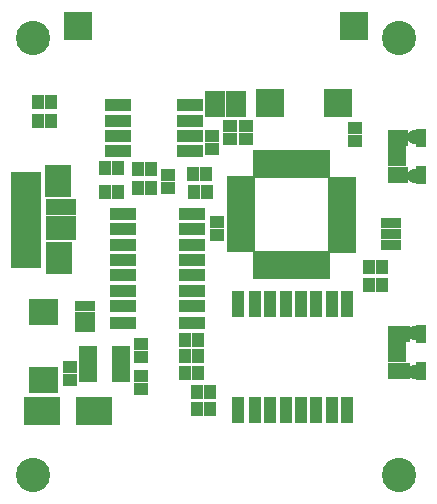
<source format=gbr>
%FSLAX34Y34*%
%MOMM*%
%LNSOLDERMASK_TOP*%
G71*
G01*
%ADD10R, 2.500X0.800*%
%ADD11R, 2.300X2.700*%
%ADD12R, 2.600X8.200*%
%ADD13R, 0.900X2.400*%
%ADD14R, 2.400X0.900*%
%ADD15R, 1.800X0.900*%
%ADD16R, 3.100X2.400*%
%ADD17R, 0.800X2.200*%
%ADD18R, 1.600X1.100*%
%ADD19R, 1.200X1.100*%
%ADD20R, 2.200X1.100*%
%ADD21R, 1.100X1.200*%
%ADD22R, 1.700X2.200*%
%ADD23R, 2.400X2.400*%
%ADD24R, 1.100X2.200*%
%ADD25R, 1.500X1.800*%
%ADD26R, 1.700X1.400*%
%ADD27C, 1.200*%
%ADD28R, 0.900X1.600*%
%ADD29R, 1.900X1.400*%
%ADD30C, 2.900*%
%LPD*%
X54000Y830000D02*
G54D10*
D03*
X54000Y823000D02*
G54D10*
D03*
X54000Y816000D02*
G54D10*
D03*
X54000Y802000D02*
G54D10*
D03*
X54000Y809000D02*
G54D10*
D03*
X51000Y849000D02*
G54D11*
D03*
X52000Y784000D02*
G54D11*
D03*
X24000Y816000D02*
G54D12*
D03*
X221000Y863000D02*
G54D13*
D03*
X229000Y863000D02*
G54D13*
D03*
X237000Y863000D02*
G54D13*
D03*
X245000Y863000D02*
G54D13*
D03*
X253000Y863000D02*
G54D13*
D03*
X261000Y863000D02*
G54D13*
D03*
X269000Y863000D02*
G54D13*
D03*
X277000Y863000D02*
G54D13*
D03*
X221000Y778000D02*
G54D13*
D03*
X229000Y778000D02*
G54D13*
D03*
X237000Y778000D02*
G54D13*
D03*
X245000Y778000D02*
G54D13*
D03*
X253000Y778000D02*
G54D13*
D03*
X261000Y778000D02*
G54D13*
D03*
X269000Y778000D02*
G54D13*
D03*
X277000Y778000D02*
G54D13*
D03*
X292000Y848000D02*
G54D14*
D03*
X292000Y840000D02*
G54D14*
D03*
X292000Y832000D02*
G54D14*
D03*
X292000Y824000D02*
G54D14*
D03*
X292000Y816000D02*
G54D14*
D03*
X292000Y808000D02*
G54D14*
D03*
X292000Y800000D02*
G54D14*
D03*
X292000Y792000D02*
G54D14*
D03*
X206000Y849000D02*
G54D14*
D03*
X206000Y841000D02*
G54D14*
D03*
X206000Y833000D02*
G54D14*
D03*
X206000Y825000D02*
G54D14*
D03*
X206000Y817000D02*
G54D14*
D03*
X206000Y809000D02*
G54D14*
D03*
X206000Y801000D02*
G54D14*
D03*
X206000Y793000D02*
G54D14*
D03*
X333000Y813000D02*
G54D15*
D03*
X333000Y804000D02*
G54D15*
D03*
X333000Y795000D02*
G54D15*
D03*
X38000Y654000D02*
G54D16*
D03*
X82000Y654000D02*
G54D16*
D03*
X48000Y738000D02*
G54D17*
D03*
X42000Y738000D02*
G54D17*
D03*
X36000Y738000D02*
G54D17*
D03*
X30000Y738000D02*
G54D17*
D03*
X48000Y680000D02*
G54D17*
D03*
X42000Y680000D02*
G54D17*
D03*
X36000Y680000D02*
G54D17*
D03*
X30000Y680000D02*
G54D17*
D03*
X77000Y704000D02*
G54D18*
D03*
X77000Y694000D02*
G54D18*
D03*
X77000Y684000D02*
G54D18*
D03*
X105000Y704000D02*
G54D18*
D03*
X105000Y694000D02*
G54D18*
D03*
X105000Y684000D02*
G54D18*
D03*
X61500Y691500D02*
G54D19*
D03*
X61500Y680500D02*
G54D19*
D03*
X121500Y699500D02*
G54D19*
D03*
X121500Y710500D02*
G54D19*
D03*
X106000Y821000D02*
G54D20*
D03*
X106000Y808000D02*
G54D20*
D03*
X106000Y795000D02*
G54D20*
D03*
X106000Y782000D02*
G54D20*
D03*
X106000Y769000D02*
G54D20*
D03*
X106000Y756000D02*
G54D20*
D03*
X106000Y743000D02*
G54D20*
D03*
X106000Y729000D02*
G54D20*
D03*
X165000Y821000D02*
G54D20*
D03*
X165000Y808000D02*
G54D20*
D03*
X165000Y795000D02*
G54D20*
D03*
X165000Y782000D02*
G54D20*
D03*
X165000Y769000D02*
G54D20*
D03*
X165000Y756000D02*
G54D20*
D03*
X165000Y743000D02*
G54D20*
D03*
X165000Y729000D02*
G54D20*
D03*
X74000Y743000D02*
G54D15*
D03*
X74000Y734000D02*
G54D15*
D03*
X74000Y725000D02*
G54D15*
D03*
X170096Y714500D02*
G54D21*
D03*
X159096Y714500D02*
G54D21*
D03*
X181500Y875900D02*
G54D19*
D03*
X181500Y886900D02*
G54D19*
D03*
X102000Y913000D02*
G54D20*
D03*
X102000Y900000D02*
G54D20*
D03*
X102000Y887000D02*
G54D20*
D03*
X102000Y874000D02*
G54D20*
D03*
X163000Y913000D02*
G54D20*
D03*
X163000Y900000D02*
G54D20*
D03*
X163000Y887000D02*
G54D20*
D03*
X163000Y874000D02*
G54D20*
D03*
X184000Y914000D02*
G54D22*
D03*
X202000Y914000D02*
G54D22*
D03*
X45000Y916000D02*
G54D21*
D03*
X34000Y916000D02*
G54D21*
D03*
X45000Y900000D02*
G54D21*
D03*
X34000Y900000D02*
G54D21*
D03*
X121500Y683500D02*
G54D19*
D03*
X121500Y672500D02*
G54D19*
D03*
X185500Y814500D02*
G54D19*
D03*
X185500Y803500D02*
G54D19*
D03*
X101938Y839658D02*
G54D21*
D03*
X90938Y839658D02*
G54D21*
D03*
X101938Y859658D02*
G54D21*
D03*
X90938Y859658D02*
G54D21*
D03*
X196500Y895500D02*
G54D19*
D03*
X196500Y884500D02*
G54D19*
D03*
X166500Y839500D02*
G54D21*
D03*
X177500Y839500D02*
G54D21*
D03*
X166000Y855000D02*
G54D21*
D03*
X177000Y855000D02*
G54D21*
D03*
X302500Y882500D02*
G54D19*
D03*
X302500Y893500D02*
G54D19*
D03*
X288000Y915000D02*
G54D23*
D03*
X231000Y915000D02*
G54D23*
D03*
X296000Y745000D02*
G54D24*
D03*
X283000Y745000D02*
G54D24*
D03*
X270000Y745000D02*
G54D24*
D03*
X257000Y745000D02*
G54D24*
D03*
X244000Y745000D02*
G54D24*
D03*
X231000Y745000D02*
G54D24*
D03*
X218000Y745000D02*
G54D24*
D03*
X204000Y745000D02*
G54D24*
D03*
X296000Y655000D02*
G54D24*
D03*
X283000Y655000D02*
G54D24*
D03*
X270000Y655000D02*
G54D24*
D03*
X257000Y655000D02*
G54D24*
D03*
X244000Y655000D02*
G54D24*
D03*
X231000Y655000D02*
G54D24*
D03*
X218000Y655000D02*
G54D24*
D03*
X204000Y655000D02*
G54D24*
D03*
X338000Y870000D02*
G54D25*
D03*
X338900Y885000D02*
G54D26*
D03*
X339000Y854000D02*
G54D26*
D03*
X353000Y886000D02*
G54D27*
D03*
X353000Y853000D02*
G54D27*
D03*
X359000Y885000D02*
G54D28*
D03*
X359000Y854000D02*
G54D28*
D03*
X338000Y704000D02*
G54D25*
D03*
X340000Y718950D02*
G54D29*
D03*
X340000Y688000D02*
G54D29*
D03*
X353000Y720000D02*
G54D27*
D03*
X353000Y687000D02*
G54D27*
D03*
X359000Y719000D02*
G54D28*
D03*
X359000Y688000D02*
G54D28*
D03*
X30000Y970000D02*
G54D30*
D03*
X340000Y970000D02*
G54D30*
D03*
X340000Y600000D02*
G54D30*
D03*
X30000Y600000D02*
G54D30*
D03*
X144000Y854000D02*
G54D19*
D03*
X144000Y843000D02*
G54D19*
D03*
X210500Y884500D02*
G54D19*
D03*
X210500Y895500D02*
G54D19*
D03*
X119000Y843000D02*
G54D21*
D03*
X130000Y843000D02*
G54D21*
D03*
X119000Y859000D02*
G54D21*
D03*
X130000Y859000D02*
G54D21*
D03*
X326000Y776000D02*
G54D21*
D03*
X315000Y776000D02*
G54D21*
D03*
X326000Y761000D02*
G54D21*
D03*
X315000Y760999D02*
G54D21*
D03*
X180000Y656000D02*
G54D21*
D03*
X169000Y656000D02*
G54D21*
D03*
X180000Y670000D02*
G54D21*
D03*
X169000Y670000D02*
G54D21*
D03*
X170096Y700500D02*
G54D21*
D03*
X159096Y700500D02*
G54D21*
D03*
X170096Y686500D02*
G54D21*
D03*
X159096Y686500D02*
G54D21*
D03*
X302000Y980000D02*
G54D23*
D03*
X68000Y980000D02*
G54D23*
D03*
M02*

</source>
